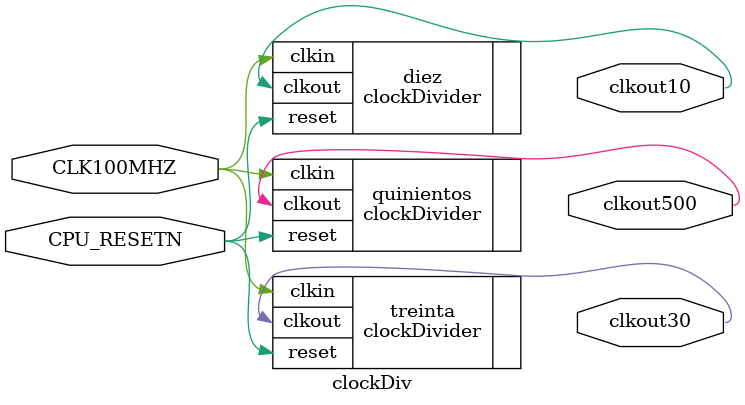
<source format=sv>
`timescale 1ns / 1ps


module clockDiv(
    inout logic CLK100MHZ,
    input logic CPU_RESETN,
    output logic clkout10,clkout30,clkout500
    );
    clockDivider #(5000000) diez(.clkin(CLK100MHZ),.reset(CPU_RESETN),.clkout(clkout10));
    clockDivider #(1666666) treinta(.clkin(CLK100MHZ),.reset(CPU_RESETN),.clkout(clkout30));
    clockDivider #(100000) quinientos(.clkin(CLK100MHZ),.reset(CPU_RESETN),.clkout(clkout500));
endmodule

</source>
